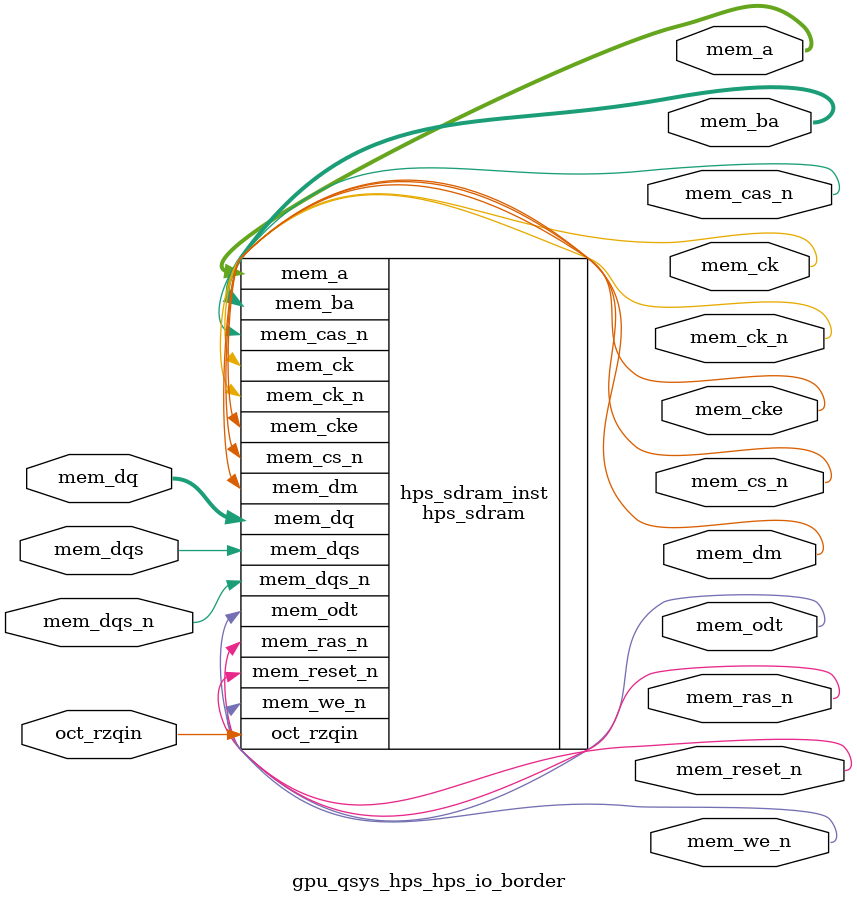
<source format=sv>


module gpu_qsys_hps_hps_io_border(
// memory
  output wire [13 - 1 : 0 ] mem_a
 ,output wire [3 - 1 : 0 ] mem_ba
 ,output wire [1 - 1 : 0 ] mem_ck
 ,output wire [1 - 1 : 0 ] mem_ck_n
 ,output wire [1 - 1 : 0 ] mem_cke
 ,output wire [1 - 1 : 0 ] mem_cs_n
 ,output wire [1 - 1 : 0 ] mem_ras_n
 ,output wire [1 - 1 : 0 ] mem_cas_n
 ,output wire [1 - 1 : 0 ] mem_we_n
 ,output wire [1 - 1 : 0 ] mem_reset_n
 ,inout wire [8 - 1 : 0 ] mem_dq
 ,inout wire [1 - 1 : 0 ] mem_dqs
 ,inout wire [1 - 1 : 0 ] mem_dqs_n
 ,output wire [1 - 1 : 0 ] mem_odt
 ,output wire [1 - 1 : 0 ] mem_dm
 ,input wire [1 - 1 : 0 ] oct_rzqin
);


hps_sdram hps_sdram_inst(
 .mem_dq({
    mem_dq[7:0] // 7:0
  })
,.mem_odt({
    mem_odt[0:0] // 0:0
  })
,.mem_ras_n({
    mem_ras_n[0:0] // 0:0
  })
,.mem_dqs_n({
    mem_dqs_n[0:0] // 0:0
  })
,.mem_dqs({
    mem_dqs[0:0] // 0:0
  })
,.mem_dm({
    mem_dm[0:0] // 0:0
  })
,.mem_we_n({
    mem_we_n[0:0] // 0:0
  })
,.mem_cas_n({
    mem_cas_n[0:0] // 0:0
  })
,.mem_ba({
    mem_ba[2:0] // 2:0
  })
,.mem_a({
    mem_a[12:0] // 12:0
  })
,.mem_cs_n({
    mem_cs_n[0:0] // 0:0
  })
,.mem_ck({
    mem_ck[0:0] // 0:0
  })
,.mem_cke({
    mem_cke[0:0] // 0:0
  })
,.oct_rzqin({
    oct_rzqin[0:0] // 0:0
  })
,.mem_reset_n({
    mem_reset_n[0:0] // 0:0
  })
,.mem_ck_n({
    mem_ck_n[0:0] // 0:0
  })
);

endmodule


</source>
